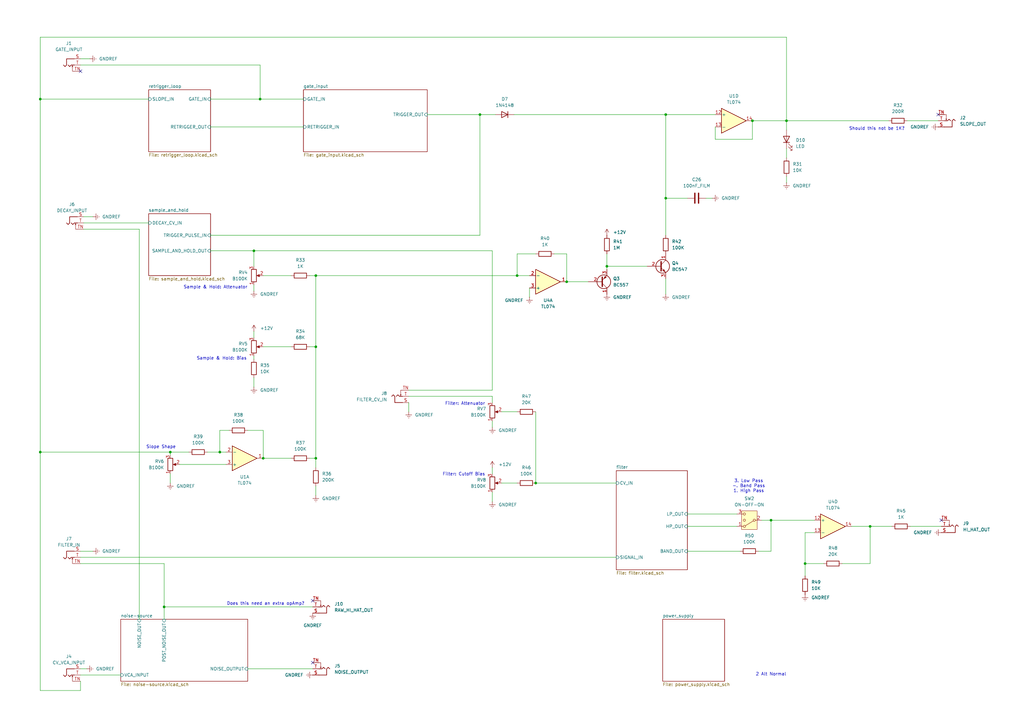
<source format=kicad_sch>
(kicad_sch (version 20231120) (generator "eeschema") (generator_version "8.0")
  (paper "A3")
  (lib_symbols
    (symbol "Amplifier_Operational:TL074" (pin_names (offset 0.127))
      (property "Reference" "U" (at 0 5.08 0))
      (property "Value" "TL074" (at 0 -5.08 0))
      (symbol "TL074_1_1"
        (polyline (pts (xy -5.08 5.08) (xy 5.08 0) (xy -5.08 -5.08) (xy -5.08 5.08)) (stroke (width 0.254)) (fill (type background)))
        (pin output line (at 7.62 0 180) (length 2.54) (name "~") (number "1"))
        (pin input line (at -7.62 -2.54 0) (length 2.54) (name "-") (number "2"))
        (pin input line (at -7.62 2.54 0) (length 2.54) (name "+") (number "3"))
      )
      (symbol "TL074_2_1"
        (polyline (pts (xy -5.08 5.08) (xy 5.08 0) (xy -5.08 -5.08) (xy -5.08 5.08)) (stroke (width 0.254)) (fill (type background)))
        (pin input line (at -7.62 2.54 0) (length 2.54) (name "+") (number "5"))
        (pin input line (at -7.62 -2.54 0) (length 2.54) (name "-") (number "6"))
        (pin output line (at 7.62 0 180) (length 2.54) (name "~") (number "7"))
      )
      (symbol "TL074_3_1"
        (polyline (pts (xy -5.08 5.08) (xy 5.08 0) (xy -5.08 -5.08) (xy -5.08 5.08)) (stroke (width 0.254)) (fill (type background)))
        (pin input line (at -7.62 2.54 0) (length 2.54) (name "+") (number "10"))
        (pin output line (at 7.62 0 180) (length 2.54) (name "~") (number "8"))
        (pin input line (at -7.62 -2.54 0) (length 2.54) (name "-") (number "9"))
      )
      (symbol "TL074_4_1"
        (polyline (pts (xy -5.08 5.08) (xy 5.08 0) (xy -5.08 -5.08) (xy -5.08 5.08)) (stroke (width 0.254)) (fill (type background)))
        (pin input line (at -7.62 2.54 0) (length 2.54) (name "+") (number "12"))
        (pin input line (at -7.62 -2.54 0) (length 2.54) (name "-") (number "13"))
        (pin output line (at 7.62 0 180) (length 2.54) (name "~") (number "14"))
      )
      (symbol "TL074_5_1"
        (pin power_in line (at -2.54 -7.62 90) (length 3.81) (name "V-") (number "11"))
        (pin power_in line (at -2.54 7.62 270) (length 3.81) (name "V+") (number "4"))
      )
    )
    (symbol "Device:LED" (pin_numbers hide) (pin_names (offset 1.016) hide)
      (property "Reference" "D" (at 0 2.54 0))
      (property "Value" "LED" (at 0 -2.54 0))
      (symbol "LED_0_1"
        (polyline (pts (xy -1.27 -1.27) (xy -1.27 1.27)) (stroke (width 0.254)))
        (polyline (pts (xy -1.27 0) (xy 1.27 0)))
        (polyline (pts (xy 1.27 -1.27) (xy 1.27 1.27) (xy -1.27 0) (xy 1.27 -1.27)) (stroke (width 0.254)))
        (polyline (pts (xy -3.048 -0.762) (xy -4.572 -2.286) (xy -3.81 -2.286) (xy -4.572 -2.286) (xy -4.572 -1.524)))
        (polyline (pts (xy -1.778 -0.762) (xy -3.302 -2.286) (xy -2.54 -2.286) (xy -3.302 -2.286) (xy -3.302 -1.524)))
      )
      (symbol "LED_1_1"
        (pin passive line (at -3.81 0 0) (length 2.54) (name "K") (number "1"))
        (pin passive line (at 3.81 0 180) (length 2.54) (name "A") (number "2"))
      )
    )
    (symbol "Switch:SW_SPDT_MSM" (pin_names (offset 0) hide)
      (property "Reference" "SW" (at 0 5.08 0))
      (property "Value" "SW_SPDT_MSM" (at 0 -5.08 0))
      (symbol "SW_SPDT_MSM_0_1"
        (circle (center -2.032 0) (radius 0.4572))
        (polyline (pts (xy -1.651 0.254) (xy 1.651 2.286)))
        (circle (center 2.032 -2.54) (radius 0.4572))
        (circle (center 2.032 0) (radius 0.4572))
        (circle (center 2.032 2.54) (radius 0.4572))
      )
      (symbol "SW_SPDT_MSM_1_1"
        (rectangle (start -3.175 3.81) (end 3.175 -3.81) (fill (type background)))
        (pin passive line (at 5.08 2.54 180) (length 2.54) (name "1") (number "1"))
        (pin passive line (at -5.08 0 0) (length 2.54) (name "3") (number "2"))
        (pin passive line (at 5.08 -2.54 180) (length 2.54) (name "4") (number "3"))
      )
    )
    (symbol "Transistor_BJT:BC547" (pin_names (offset 0) hide)
      (property "Reference" "Q" (at 5.08 1.905 0))
      (property "Value" "BC547" (at 5.08 0 0))
      (symbol "BC547_0_1"
        (polyline (pts (xy 0 0) (xy 0.635 0)))
        (polyline (pts (xy 0.635 0.635) (xy 2.54 2.54)))
        (polyline (pts (xy 0.635 -0.635) (xy 2.54 -2.54) (xy 2.54 -2.54)))
        (polyline (pts (xy 0.635 1.905) (xy 0.635 -1.905) (xy 0.635 -1.905)) (stroke (width 0.508)))
        (polyline (pts (xy 1.27 -1.778) (xy 1.778 -1.27) (xy 2.286 -2.286) (xy 1.27 -1.778) (xy 1.27 -1.778)) (fill (type outline)))
        (circle (center 1.27 0) (radius 2.8194) (stroke (width 0.254)))
      )
      (symbol "BC547_1_1"
        (pin passive line (at 2.54 5.08 270) (length 2.54) (name "C") (number "1"))
        (pin input line (at -5.08 0 0) (length 5.08) (name "B") (number "2"))
        (pin passive line (at 2.54 -5.08 90) (length 2.54) (name "E") (number "3"))
      )
    )
    (symbol "Transistor_BJT:BC557" (pin_names (offset 0) hide)
      (property "Reference" "Q" (at 5.08 1.905 0))
      (property "Value" "BC557" (at 5.08 0 0))
      (symbol "BC557_0_1"
        (polyline (pts (xy 0.635 0.635) (xy 2.54 2.54)))
        (polyline (pts (xy 0.635 -0.635) (xy 2.54 -2.54) (xy 2.54 -2.54)))
        (polyline (pts (xy 0.635 1.905) (xy 0.635 -1.905) (xy 0.635 -1.905)) (stroke (width 0.508)))
        (polyline (pts (xy 2.286 -1.778) (xy 1.778 -2.286) (xy 1.27 -1.27) (xy 2.286 -1.778) (xy 2.286 -1.778)) (fill (type outline)))
        (circle (center 1.27 0) (radius 2.8194) (stroke (width 0.254)))
      )
      (symbol "BC557_1_1"
        (pin passive line (at 2.54 5.08 270) (length 2.54) (name "C") (number "1"))
        (pin input line (at -5.08 0 0) (length 5.715) (name "B") (number "2"))
        (pin passive line (at 2.54 -5.08 90) (length 2.54) (name "E") (number "3"))
      )
    )
    (symbol "power:+12V" (power) (pin_numbers hide) (pin_names (offset 0) hide)
      (property "Value" "+12V" (at 0 3.556 0))
      (symbol "+12V_0_1"
        (polyline (pts (xy -0.762 1.27) (xy 0 2.54)))
        (polyline (pts (xy 0 0) (xy 0 2.54)))
        (polyline (pts (xy 0 2.54) (xy 0.762 1.27)))
      )
      (symbol "+12V_1_1"
        (pin power_in line (at 0 0 90) (length 0) (name "~") (number "1"))
      )
    )
    (symbol "power:GNDREF" (power) (pin_numbers hide) (pin_names (offset 0) hide)
      (property "Value" "GNDREF" (at 0 -3.81 0))
      (symbol "GNDREF_0_1"
        (polyline (pts (xy -0.635 -1.905) (xy 0.635 -1.905)))
        (polyline (pts (xy -0.127 -2.54) (xy 0.127 -2.54)))
        (polyline (pts (xy 0 -1.27) (xy 0 0)))
        (polyline (pts (xy 1.27 -1.27) (xy -1.27 -1.27)))
      )
      (symbol "GNDREF_1_1"
        (pin power_in line (at 0 0 270) (length 0) (name "~") (number "1"))
      )
    )
    (symbol "synth:AudioJack_Mono_3.5mm"
      (property "Reference" "J" (at 0 8.89 0))
      (property "Value" "AudioJack_Mono_3.5mm" (at 0 6.35 0))
      (symbol "AudioJack_Mono_3.5mm_0_1"
        (polyline (pts (xy 1.778 -0.254) (xy 2.032 -0.762)))
        (polyline (pts (xy 0 0) (xy 0.635 -0.635) (xy 1.27 0) (xy 2.54 0)) (stroke (width 0.254)))
        (polyline (pts (xy 2.54 -2.54) (xy 1.778 -2.54) (xy 1.778 -0.254) (xy 1.524 -0.762)))
        (polyline (pts (xy 2.54 2.54) (xy -0.635 2.54) (xy -0.635 0) (xy -1.27 -0.635) (xy -1.905 0)) (stroke (width 0.254)))
      )
      (symbol "AudioJack_Mono_3.5mm_1_1"
        (pin passive line (at 5.08 2.54 180) (length 2.54) (name "~") (number "S"))
        (pin passive line (at 5.08 0 180) (length 2.54) (name "~") (number "T"))
        (pin passive line (at 5.08 -2.54 180) (length 2.54) (name "~") (number "TN"))
      )
    )
    (symbol "synth:C_sm (MKS)" (pin_numbers hide) (pin_names (offset 0.254))
      (property "Reference" "C" (at 2.794 1.27 0))
      (property "Value" "C_sm (MKS)" (at 2.794 -1.016 0))
      (symbol "C_sm (MKS)_0_1"
        (polyline (pts (xy -2.032 -0.762) (xy 2.032 -0.762)) (stroke (width 0.508)))
        (polyline (pts (xy -2.032 0.762) (xy 2.032 0.762)) (stroke (width 0.508)))
      )
      (symbol "C_sm (MKS)_1_1"
        (pin passive line (at 0 3.81 270) (length 2.794) (name "~") (number "1"))
        (pin passive line (at 0 -3.81 90) (length 2.794) (name "~") (number "2"))
      )
    )
    (symbol "synth:D_Signal (1N4148)" (pin_numbers hide) (pin_names hide)
      (property "Reference" "D" (at 0 2.54 0))
      (property "Value" "1N4148" (at 0 -2.54 0))
      (symbol "D_Signal (1N4148)_0_1"
        (polyline (pts (xy -1.27 1.27) (xy -1.27 -1.27)) (stroke (width 0.254)))
        (polyline (pts (xy 1.27 0) (xy -1.27 0)))
        (polyline (pts (xy 1.27 1.27) (xy 1.27 -1.27) (xy -1.27 0) (xy 1.27 1.27)) (stroke (width 0.254)))
      )
      (symbol "D_Signal (1N4148)_1_1"
        (pin passive line (at -3.81 0 0) (length 2.54) (name "K") (number "1"))
        (pin passive line (at 3.81 0 180) (length 2.54) (name "A") (number "2"))
      )
    )
    (symbol "synth:R_Default" (pin_numbers hide) (pin_names (offset 0))
      (property "Reference" "R" (at -2.032 0 90))
      (property "Value" "R1" (at 2.032 0 90))
      (symbol "R_Default_0_1"
        (rectangle (start 1.016 -2.54) (end -1.016 2.54) (stroke (width 0.254)))
      )
      (symbol "R_Default_1_1"
        (pin passive line (at 0 -3.81 90) (length 1.27) (name "~") (number "1"))
        (pin passive line (at 0 3.81 270) (length 1.27) (name "~") (number "2"))
      )
    )
    (symbol "synth:R_Potentiometer (P0915N)" (pin_names (offset 1.016) hide)
      (property "Reference" "RV" (at -4.445 0 90))
      (property "Value" "R_Potentiometer" (at -2.54 0 90))
      (symbol "R_Potentiometer (P0915N)_0_1"
        (rectangle (start -1.016 2.54) (end 1.016 -2.54) (stroke (width 0.254)))
        (polyline (pts (xy 2.54 0) (xy 1.524 0)))
        (polyline (pts (xy 1.143 0) (xy 2.286 0.508) (xy 2.286 -0.508) (xy 1.143 0)) (fill (type outline)))
      )
      (symbol "R_Potentiometer (P0915N)_1_1"
        (pin passive line (at 0 3.81 270) (length 1.27) (name "1") (number "1"))
        (pin passive line (at 3.81 0 180) (length 1.27) (name "2") (number "2"))
        (pin passive line (at 0 -3.81 90) (length 1.27) (name "3") (number "3"))
      )
    )
  )
  (junction (at 322.58 49.53))
  (junction (at 273.05 81.28))
  (junction (at 129.54 113.03))
  (junction (at 129.54 187.96))
  (junction (at 106.68 40.64))
  (junction (at 308.61 49.53))
  (junction (at 69.85 185.42))
  (junction (at 356.87 215.9))
  (junction (at 330.2 231.14))
  (junction (at 107.95 187.96))
  (junction (at 316.23 213.36))
  (junction (at 212.09 113.03))
  (junction (at 273.05 46.99))
  (junction (at 219.71 198.12))
  (junction (at 248.92 109.22))
  (junction (at 90.17 185.42))
  (junction (at 16.51 40.64))
  (junction (at 67.31 248.92))
  (junction (at 196.85 46.99))
  (junction (at 16.51 185.42))
  (junction (at 232.41 115.57))
  (junction (at 104.14 102.87))
  (junction (at 129.54 142.24))
  (no_connect (at 128.27 246.38))
  (no_connect (at 386.08 213.36))
  (no_connect (at 128.27 271.78))
  (no_connect (at 33.02 29.21))
  (no_connect (at 384.81 46.99))
  (wire (pts (xy 33.02 283.21) (xy 16.51 283.21)))
  (wire (pts (xy 33.02 228.6) (xy 252.73 228.6)))
  (wire (pts (xy 16.51 185.42) (xy 69.85 185.42)))
  (wire (pts (xy 312.42 213.36) (xy 316.23 213.36)))
  (wire (pts (xy 33.02 26.67) (xy 106.68 26.67)))
  (wire (pts (xy 316.23 226.06) (xy 316.23 213.36)))
  (wire (pts (xy 67.31 254) (xy 67.31 248.92)))
  (wire (pts (xy 217.17 121.92) (xy 217.17 118.11)))
  (wire (pts (xy 104.14 119.38) (xy 104.14 116.84)))
  (wire (pts (xy 201.93 191.77) (xy 201.93 194.31)))
  (wire (pts (xy 127 187.96) (xy 129.54 187.96)))
  (wire (pts (xy 104.14 158.75) (xy 104.14 154.94)))
  (wire (pts (xy 372.11 49.53) (xy 384.81 49.53)))
  (wire (pts (xy 273.05 46.99) (xy 293.37 46.99)))
  (wire (pts (xy 201.93 162.56) (xy 167.64 162.56)))
  (wire (pts (xy 322.58 15.24) (xy 322.58 49.53)))
  (wire (pts (xy 308.61 49.53) (xy 322.58 49.53)))
  (wire (pts (xy 330.2 231.14) (xy 330.2 236.22)))
  (wire (pts (xy 322.58 49.53) (xy 364.49 49.53)))
  (wire (pts (xy 69.85 186.69) (xy 69.85 185.42)))
  (wire (pts (xy 232.41 104.14) (xy 227.33 104.14)))
  (wire (pts (xy 232.41 115.57) (xy 241.3 115.57)))
  (wire (pts (xy 281.94 215.9) (xy 302.26 215.9)))
  (wire (pts (xy 196.85 96.52) (xy 196.85 46.99)))
  (wire (pts (xy 129.54 191.77) (xy 129.54 187.96)))
  (wire (pts (xy 281.94 226.06) (xy 303.53 226.06)))
  (wire (pts (xy 90.17 176.53) (xy 90.17 185.42)))
  (wire (pts (xy 248.92 109.22) (xy 265.43 109.22)))
  (wire (pts (xy 175.26 46.99) (xy 196.85 46.99)))
  (wire (pts (xy 33.02 24.13) (xy 36.83 24.13)))
  (wire (pts (xy 106.68 26.67) (xy 106.68 40.64)))
  (wire (pts (xy 16.51 40.64) (xy 60.96 40.64)))
  (wire (pts (xy 308.61 49.53) (xy 308.61 57.15)))
  (wire (pts (xy 107.95 176.53) (xy 107.95 187.96)))
  (wire (pts (xy 34.29 91.44) (xy 60.96 91.44)))
  (wire (pts (xy 345.44 231.14) (xy 356.87 231.14)))
  (wire (pts (xy 73.66 190.5) (xy 92.71 190.5)))
  (wire (pts (xy 219.71 198.12) (xy 252.73 198.12)))
  (wire (pts (xy 356.87 231.14) (xy 356.87 215.9)))
  (wire (pts (xy 104.14 135.89) (xy 104.14 138.43)))
  (wire (pts (xy 86.36 96.52) (xy 196.85 96.52)))
  (wire (pts (xy 356.87 215.9) (xy 365.76 215.9)))
  (wire (pts (xy 212.09 104.14) (xy 212.09 113.03)))
  (wire (pts (xy 127 113.03) (xy 129.54 113.03)))
  (wire (pts (xy 86.36 52.07) (xy 124.46 52.07)))
  (wire (pts (xy 129.54 113.03) (xy 129.54 142.24)))
  (wire (pts (xy 219.71 104.14) (xy 212.09 104.14)))
  (wire (pts (xy 104.14 102.87) (xy 201.93 102.87)))
  (wire (pts (xy 34.29 88.9) (xy 38.1 88.9)))
  (wire (pts (xy 201.93 102.87) (xy 201.93 160.02)))
  (wire (pts (xy 330.2 218.44) (xy 330.2 231.14)))
  (wire (pts (xy 201.93 201.93) (xy 201.93 205.74)))
  (wire (pts (xy 273.05 81.28) (xy 273.05 46.99)))
  (wire (pts (xy 86.36 40.64) (xy 106.68 40.64)))
  (wire (pts (xy 212.09 198.12) (xy 205.74 198.12)))
  (wire (pts (xy 104.14 147.32) (xy 104.14 146.05)))
  (wire (pts (xy 219.71 168.91) (xy 219.71 198.12)))
  (wire (pts (xy 308.61 57.15) (xy 293.37 57.15)))
  (wire (pts (xy 67.31 231.14) (xy 33.02 231.14)))
  (wire (pts (xy 90.17 185.42) (xy 92.71 185.42)))
  (wire (pts (xy 217.17 113.03) (xy 212.09 113.03)))
  (wire (pts (xy 201.93 160.02) (xy 167.64 160.02)))
  (wire (pts (xy 33.02 274.32) (xy 35.56 274.32)))
  (wire (pts (xy 93.98 176.53) (xy 90.17 176.53)))
  (wire (pts (xy 69.85 198.12) (xy 69.85 194.31)))
  (wire (pts (xy 311.15 226.06) (xy 316.23 226.06)))
  (wire (pts (xy 196.85 46.99) (xy 203.2 46.99)))
  (wire (pts (xy 33.02 279.4) (xy 33.02 283.21)))
  (wire (pts (xy 67.31 231.14) (xy 67.31 248.92)))
  (wire (pts (xy 69.85 185.42) (xy 77.47 185.42)))
  (wire (pts (xy 322.58 74.93) (xy 322.58 72.39)))
  (wire (pts (xy 129.54 199.39) (xy 129.54 203.2)))
  (wire (pts (xy 292.1 81.28) (xy 289.56 81.28)))
  (wire (pts (xy 85.09 185.42) (xy 90.17 185.42)))
  (wire (pts (xy 129.54 187.96) (xy 129.54 142.24)))
  (wire (pts (xy 248.92 104.14) (xy 248.92 109.22)))
  (wire (pts (xy 67.31 248.92) (xy 128.27 248.92)))
  (wire (pts (xy 119.38 113.03) (xy 107.95 113.03)))
  (wire (pts (xy 210.82 46.99) (xy 273.05 46.99)))
  (wire (pts (xy 322.58 64.77) (xy 322.58 60.96)))
  (wire (pts (xy 322.58 15.24) (xy 16.51 15.24)))
  (wire (pts (xy 232.41 104.14) (xy 232.41 115.57)))
  (wire (pts (xy 57.15 93.98) (xy 57.15 254)))
  (wire (pts (xy 281.94 210.82) (xy 302.26 210.82)))
  (wire (pts (xy 273.05 81.28) (xy 273.05 96.52)))
  (wire (pts (xy 281.94 81.28) (xy 273.05 81.28)))
  (wire (pts (xy 334.01 218.44) (xy 330.2 218.44)))
  (wire (pts (xy 373.38 215.9) (xy 386.08 215.9)))
  (wire (pts (xy 356.87 215.9) (xy 349.25 215.9)))
  (wire (pts (xy 38.1 226.06) (xy 33.02 226.06)))
  (wire (pts (xy 337.82 231.14) (xy 330.2 231.14)))
  (wire (pts (xy 16.51 185.42) (xy 16.51 283.21)))
  (wire (pts (xy 167.64 165.1) (xy 167.64 168.91)))
  (wire (pts (xy 273.05 120.65) (xy 273.05 114.3)))
  (wire (pts (xy 101.6 274.32) (xy 128.27 274.32)))
  (wire (pts (xy 316.23 213.36) (xy 334.01 213.36)))
  (wire (pts (xy 106.68 40.64) (xy 124.46 40.64)))
  (wire (pts (xy 86.36 102.87) (xy 104.14 102.87)))
  (wire (pts (xy 322.58 53.34) (xy 322.58 49.53)))
  (wire (pts (xy 34.29 93.98) (xy 57.15 93.98)))
  (wire (pts (xy 16.51 40.64) (xy 16.51 185.42)))
  (wire (pts (xy 201.93 165.1) (xy 201.93 162.56)))
  (wire (pts (xy 212.09 113.03) (xy 129.54 113.03)))
  (wire (pts (xy 16.51 15.24) (xy 16.51 40.64)))
  (wire (pts (xy 107.95 142.24) (xy 119.38 142.24)))
  (wire (pts (xy 127 142.24) (xy 129.54 142.24)))
  (wire (pts (xy 104.14 102.87) (xy 104.14 109.22)))
  (wire (pts (xy 119.38 187.96) (xy 107.95 187.96)))
  (wire (pts (xy 293.37 57.15) (xy 293.37 52.07)))
  (wire (pts (xy 33.02 276.86) (xy 49.53 276.86)))
  (wire (pts (xy 212.09 168.91) (xy 205.74 168.91)))
  (wire (pts (xy 248.92 110.49) (xy 248.92 109.22)))
  (wire (pts (xy 101.6 176.53) (xy 107.95 176.53)))
  (wire (pts (xy 201.93 175.26) (xy 201.93 172.72)))
  (text "Sample & Hold: Bias" (at 90.932 147.066 0) (effects (font (size 1.27 1.27))))
  (text "Should this not be 1K?" (at 359.664 52.832 0) (effects (font (size 1.27 1.27))))
  (text "Does this need an extra opAmp?" (at 108.966 247.65 0) (effects (font (size 1.27 1.27))))
  (text "Sample & Hold: Attenuator" (at 88.392 117.856 0) (effects (font (size 1.27 1.27))))
  (text "Filter: Cutoff Bias" (at 190.246 194.564 0) (effects (font (size 1.27 1.27))))
  (text "Filter: Attenuator\n" (at 190.754 165.608 0) (effects (font (size 1.27 1.27))))
  (text "3. Low Pass\n-. Band Pass\n1. High Pass" (at 307.086 199.39 0) (effects (font (size 1.27 1.27))))
  (text "2 Alt Normal" (at 316.23 276.606 0) (effects (font (size 1.27 1.27))))
  (text "Slope Shape" (at 66.04 183.388 0) (effects (font (size 1.27 1.27))))
  (symbol (lib_id "Switch:SW_SPDT_MSM") (at 307.34 213.36 180) (unit 1)
    (property "Reference" "SW2" (at 307.34 204.47 0))
    (property "Value" "ON-OFF-ON" (at 307.34 207.01 0))
    (property "Description" "Switch, single pole double throw, center OFF position" (effects (hide yes)))
  )
  (symbol (lib_id "power:GNDREF") (at 384.81 52.07 270) (unit 1)
    (property "Reference" "#PWR06" (effects (hide yes)))
    (property "Value" "GNDREF" (at 381 52.0699 90) (effects (justify right)))
    (property "Description" "Power symbol creates a global label with name \"GNDREF\" , reference supply ground" (effects (hide yes)))
  )
  (symbol (lib_id "synth:D_Signal (1N4148)") (at 207.01 46.99 180) (unit 1)
    (property "Reference" "D7" (at 207.01 40.64 0))
    (property "Value" "1N4148" (at 207.01 43.18 0))
    (property "Footprint" "Synth:D_DO-35_SOD27_P7.62mm_Horizontal" (effects (hide yes)))
    (property "Datasheet" "https://assets.nexperia.com/documents/data-sheet/1N4148_1N4448.pdf" (effects (hide yes)))
    (property "Description" "100V 0.15A standard switching diode, DO-35" (effects (hide yes)))
    (property "Sim.Device" "D" (effects (hide yes)))
    (property "Sim.Pins" "1=K 2=A" (effects (hide yes)))
  )
  (symbol (lib_id "synth:R_Default") (at 248.92 100.33 180) (unit 1)
    (property "Reference" "R41" (at 251.46 99.0599 0) (effects (justify right)))
    (property "Value" "1M" (at 251.46 101.5999 0) (effects (justify right)))
    (property "Footprint" "Synth:R_Default (DIN0207)" (effects (hide yes)))
    (property "Description" "Resistor" (effects (hide yes)))
  )
  (symbol (lib_id "power:GNDREF") (at 69.85 198.12 0) (unit 1)
    (property "Reference" "#PWR05" (effects (hide yes)))
    (property "Value" "GNDREF" (at 72.39 199.3899 0) (effects (justify left)))
    (property "Description" "Power symbol creates a global label with name \"GNDREF\" , reference supply ground" (effects (hide yes)))
  )
  (symbol (lib_id "power:GNDREF") (at 104.14 119.38 0) (unit 1)
    (property "Reference" "#PWR054" (effects (hide yes)))
    (property "Value" "GNDREF" (at 106.68 120.6499 0) (effects (justify left)))
    (property "Description" "Power symbol creates a global label with name \"GNDREF\" , reference supply ground" (effects (hide yes)))
  )
  (symbol (lib_id "synth:R_Potentiometer (P0915N)") (at 201.93 168.91 0) (mirror x) (unit 1)
    (property "Reference" "RV7" (at 199.39 167.6399 0) (effects (justify right)))
    (property "Value" "B100K" (at 199.39 170.1799 0) (effects (justify right)))
    (property "Footprint" "Synth:Potentiometer_TT_P0915N" (effects (hide yes)))
    (property "Description" "Potentiometer" (effects (hide yes)))
  )
  (symbol (lib_id "synth:R_Default") (at 123.19 113.03 90) (unit 1)
    (property "Reference" "R33" (at 123.19 106.68 90))
    (property "Value" "1K" (at 123.19 109.22 90))
    (property "Footprint" "Synth:R_Default (DIN0207)" (effects (hide yes)))
    (property "Description" "Resistor" (effects (hide yes)))
  )
  (symbol (lib_id "power:GNDREF") (at 128.27 251.46 0) (unit 1)
    (property "Reference" "#PWR092" (effects (hide yes)))
    (property "Value" "GNDREF" (at 128.27 256.54 0))
    (property "Description" "Power symbol creates a global label with name \"GNDREF\" , reference supply ground" (effects (hide yes)))
  )
  (symbol (lib_id "power:GNDREF") (at 273.05 120.65 0) (unit 1)
    (property "Reference" "#PWR064" (effects (hide yes)))
    (property "Value" "GNDREF" (at 275.59 121.9199 0) (effects (justify left)))
    (property "Description" "Power symbol creates a global label with name \"GNDREF\" , reference supply ground" (effects (hide yes)))
  )
  (symbol (lib_id "synth:R_Default") (at 322.58 68.58 0) (unit 1)
    (property "Reference" "R31" (at 325.12 67.3099 0) (effects (justify left)))
    (property "Value" "10K" (at 325.12 69.8499 0) (effects (justify left)))
    (property "Footprint" "Synth:R_Default (DIN0207)" (effects (hide yes)))
    (property "Description" "Resistor" (effects (hide yes)))
  )
  (symbol (lib_id "synth:AudioJack_Mono_3.5mm") (at 133.35 248.92 180) (unit 1)
    (property "Reference" "J10" (at 137.16 247.7134 0) (effects (justify right)))
    (property "Value" "RAW_HI_HAT_OUT" (at 137.16 250.2534 0) (effects (justify right)))
    (property "Footprint" "Synth:Jack_3.5mm_QingPu_WQP-PJ398SM_Vertical_CircularHoles" (effects (hide yes)))
    (property "Description" "Audio Jack, 2 Poles (Mono / TS), Switched T Pole (Normalling)" (effects (hide yes)))
  )
  (symbol (lib_id "power:GNDREF") (at 129.54 203.2 0) (unit 1)
    (property "Reference" "#PWR057" (effects (hide yes)))
    (property "Value" "GNDREF" (at 132.08 204.4699 0) (effects (justify left)))
    (property "Description" "Power symbol creates a global label with name \"GNDREF\" , reference supply ground" (effects (hide yes)))
  )
  (symbol (lib_id "synth:R_Default") (at 123.19 187.96 90) (unit 1)
    (property "Reference" "R37" (at 123.19 181.61 90))
    (property "Value" "100K" (at 123.19 184.15 90))
    (property "Footprint" "Synth:R_Default (DIN0207)" (effects (hide yes)))
    (property "Description" "Resistor" (effects (hide yes)))
  )
  (symbol (lib_id "power:GNDREF") (at 248.92 120.65 0) (unit 1)
    (property "Reference" "#PWR063" (effects (hide yes)))
    (property "Value" "GNDREF" (at 251.46 121.9199 0) (effects (justify left)))
    (property "Description" "Power symbol creates a global label with name \"GNDREF\" , reference supply ground" (effects (hide yes)))
  )
  (symbol (lib_id "synth:AudioJack_Mono_3.5mm") (at 162.56 162.56 0) (mirror x) (unit 1)
    (property "Reference" "J8" (at 158.75 161.3534 0) (effects (justify right)))
    (property "Value" "FILTER_CV_IN" (at 158.75 163.8934 0) (effects (justify right)))
    (property "Footprint" "Synth:Jack_3.5mm_QingPu_WQP-PJ398SM_Vertical_CircularHoles" (effects (hide yes)))
    (property "Description" "Audio Jack, 2 Poles (Mono / TS), Switched T Pole (Normalling)" (effects (hide yes)))
  )
  (symbol (lib_id "power:GNDREF") (at 35.56 274.32 90) (unit 1)
    (property "Reference" "#PWR093" (effects (hide yes)))
    (property "Value" "GNDREF" (at 39.37 274.3199 90) (effects (justify right)))
    (property "Description" "Power symbol creates a global label with name \"GNDREF\" , reference supply ground" (effects (hide yes)))
  )
  (symbol (lib_id "Amplifier_Operational:TL074") (at 100.33 187.96 0) (mirror x) (unit 1)
    (property "Reference" "U1" (at 100.33 195.58 0))
    (property "Value" "TL074" (at 100.33 198.12 0))
    (property "Footprint" "Package_DIP:DIP-14_W7.62mm_Socket_LongPads" (effects (hide yes)))
    (property "Datasheet" "http://www.ti.com/lit/ds/symlink/tl071.pdf" (effects (hide yes)))
    (property "Description" "Quad Low-Noise JFET-Input Operational Amplifiers, DIP-14/SOIC-14" (effects (hide yes)))
  )
  (symbol (lib_id "synth:R_Default") (at 81.28 185.42 90) (unit 1)
    (property "Reference" "R39" (at 81.28 179.07 90))
    (property "Value" "100K" (at 81.28 181.61 90))
    (property "Footprint" "Synth:R_Default (DIN0207)" (effects (hide yes)))
    (property "Description" "Resistor" (effects (hide yes)))
  )
  (symbol (lib_id "Transistor_BJT:BC557") (at 246.38 115.57 0) (mirror x) (unit 1)
    (property "Reference" "Q3" (at 251.46 114.2999 0) (effects (justify left)))
    (property "Value" "BC557" (at 251.46 116.8399 0) (effects (justify left)))
    (property "Footprint" "Package_TO_SOT_THT:TO-92_Inline" (effects (hide yes)))
    (property "Datasheet" "https://www.onsemi.com/pub/Collateral/BC556BTA-D.pdf" (effects (hide yes)))
    (property "Description" "0.1A Ic, 45V Vce, PNP Small Signal Transistor, TO-92" (effects (hide yes)))
  )
  (symbol (lib_id "synth:R_Default") (at 223.52 104.14 90) (unit 1)
    (property "Reference" "R40" (at 223.52 97.79 90))
    (property "Value" "1K" (at 223.52 100.33 90))
    (property "Footprint" "Synth:R_Default (DIN0207)" (effects (hide yes)))
    (property "Description" "Resistor" (effects (hide yes)))
  )
  (symbol (lib_id "synth:R_Potentiometer (P0915N)") (at 104.14 113.03 0) (mirror x) (unit 1)
    (property "Reference" "RV4" (at 101.6 111.7599 0) (effects (justify right)))
    (property "Value" "B100K" (at 101.6 114.2999 0) (effects (justify right)))
    (property "Footprint" "Synth:Potentiometer_TT_P0915N" (effects (hide yes)))
    (property "Description" "Potentiometer" (effects (hide yes)))
  )
  (symbol (lib_id "synth:AudioJack_Mono_3.5mm") (at 391.16 215.9 180) (unit 1)
    (property "Reference" "J9" (at 394.97 214.6934 0) (effects (justify right)))
    (property "Value" "HI_HAT_OUT" (at 394.97 217.2334 0) (effects (justify right)))
    (property "Footprint" "Synth:Jack_3.5mm_QingPu_WQP-PJ398SM_Vertical_CircularHoles" (effects (hide yes)))
    (property "Description" "Audio Jack, 2 Poles (Mono / TS), Switched T Pole (Normalling)" (effects (hide yes)))
  )
  (symbol (lib_id "synth:AudioJack_Mono_3.5mm") (at 29.21 91.44 0) (unit 1)
    (property "Reference" "J6" (at 29.5275 83.82 0))
    (property "Value" "DECAY_INPUT" (at 29.5275 86.36 0))
    (property "Footprint" "Synth:Jack_3.5mm_QingPu_WQP-PJ398SM_Vertical_CircularHoles" (effects (hide yes)))
    (property "Description" "Audio Jack, 2 Poles (Mono / TS), Switched T Pole (Normalling)" (effects (hide yes)))
  )
  (symbol (lib_id "Amplifier_Operational:TL074") (at 224.79 115.57 0) (mirror x) (unit 1)
    (property "Reference" "U4" (at 224.79 123.19 0))
    (property "Value" "TL074" (at 224.79 125.73 0))
    (property "Footprint" "Package_DIP:DIP-14_W7.62mm_Socket_LongPads" (effects (hide yes)))
    (property "Datasheet" "http://www.ti.com/lit/ds/symlink/tl071.pdf" (effects (hide yes)))
    (property "Description" "Quad Low-Noise JFET-Input Operational Amplifiers, DIP-14/SOIC-14" (effects (hide yes)))
  )
  (symbol (lib_id "synth:R_Default") (at 104.14 151.13 180) (unit 1)
    (property "Reference" "R35" (at 106.68 149.8599 0) (effects (justify right)))
    (property "Value" "10K" (at 106.68 152.3999 0) (effects (justify right)))
    (property "Footprint" "Synth:R_Default (DIN0207)" (effects (hide yes)))
    (property "Description" "Resistor" (effects (hide yes)))
  )
  (symbol (lib_id "power:GNDREF") (at 322.58 74.93 0) (unit 1)
    (property "Reference" "#PWR02" (effects (hide yes)))
    (property "Value" "GNDREF" (at 325.12 76.1999 0) (effects (justify left)))
    (property "Description" "Power symbol creates a global label with name \"GNDREF\" , reference supply ground" (effects (hide yes)))
  )
  (symbol (lib_id "Device:LED") (at 322.58 57.15 90) (unit 1)
    (property "Reference" "D10" (at 326.39 57.4674 90) (effects (justify right)))
    (property "Value" "LED" (at 326.39 60.0074 90) (effects (justify right)))
    (property "Footprint" "LED_THT:LED_D3.0mm" (effects (hide yes)))
    (property "Description" "Light emitting diode" (effects (hide yes)))
  )
  (symbol (lib_id "synth:R_Default") (at 368.3 49.53 90) (unit 1)
    (property "Reference" "R32" (at 368.3 43.18 90))
    (property "Value" "200R" (at 368.3 45.72 90))
    (property "Footprint" "Synth:R_Default (DIN0207)" (effects (hide yes)))
    (property "Description" "Resistor" (effects (hide yes)))
  )
  (symbol (lib_id "Amplifier_Operational:TL074") (at 300.99 49.53 0) (unit 4)
    (property "Reference" "U1" (at 300.99 39.37 0))
    (property "Value" "TL074" (at 300.99 41.91 0))
    (property "Footprint" "Package_DIP:DIP-14_W7.62mm_Socket_LongPads" (effects (hide yes)))
    (property "Datasheet" "http://www.ti.com/lit/ds/symlink/tl071.pdf" (effects (hide yes)))
    (property "Description" "Quad Low-Noise JFET-Input Operational Amplifiers, DIP-14/SOIC-14" (effects (hide yes)))
  )
  (symbol (lib_id "power:GNDREF") (at 292.1 81.28 90) (unit 1)
    (property "Reference" "#PWR065" (effects (hide yes)))
    (property "Value" "GNDREF" (at 295.91 81.2799 90) (effects (justify right)))
    (property "Description" "Power symbol creates a global label with name \"GNDREF\" , reference supply ground" (effects (hide yes)))
  )
  (symbol (lib_id "power:GNDREF") (at 167.64 168.91 0) (unit 1)
    (property "Reference" "#PWR030" (effects (hide yes)))
    (property "Value" "GNDREF" (at 170.18 170.1799 0) (effects (justify left)))
    (property "Description" "Power symbol creates a global label with name \"GNDREF\" , reference supply ground" (effects (hide yes)))
  )
  (symbol (lib_id "power:GNDREF") (at 38.1 226.06 90) (unit 1)
    (property "Reference" "#PWR029" (effects (hide yes)))
    (property "Value" "GNDREF" (at 41.91 226.0599 90) (effects (justify right)))
    (property "Description" "Power symbol creates a global label with name \"GNDREF\" , reference supply ground" (effects (hide yes)))
  )
  (symbol (lib_id "Transistor_BJT:BC547") (at 270.51 109.22 0) (unit 1)
    (property "Reference" "Q4" (at 275.59 107.9499 0) (effects (justify left)))
    (property "Value" "BC547" (at 275.59 110.4899 0) (effects (justify left)))
    (property "Footprint" "Package_TO_SOT_THT:TO-92_Inline" (effects (hide yes)))
    (property "Datasheet" "https://www.onsemi.com/pub/Collateral/BC550-D.pdf" (effects (hide yes)))
    (property "Description" "0.1A Ic, 45V Vce, Small Signal NPN Transistor, TO-92" (effects (hide yes)))
  )
  (symbol (lib_id "power:GNDREF") (at 201.93 205.74 0) (unit 1)
    (property "Reference" "#PWR069" (effects (hide yes)))
    (property "Value" "GNDREF" (at 204.47 207.0099 0) (effects (justify left)))
    (property "Description" "Power symbol creates a global label with name \"GNDREF\" , reference supply ground" (effects (hide yes)))
  )
  (symbol (lib_id "synth:AudioJack_Mono_3.5mm") (at 133.35 274.32 180) (unit 1)
    (property "Reference" "J5" (at 137.16 273.1134 0) (effects (justify right)))
    (property "Value" "NOISE_OUTPUT" (at 137.16 275.6534 0) (effects (justify right)))
    (property "Footprint" "Synth:Jack_3.5mm_QingPu_WQP-PJ398SM_Vertical_CircularHoles" (effects (hide yes)))
    (property "Description" "Audio Jack, 2 Poles (Mono / TS), Switched T Pole (Normalling)" (effects (hide yes)))
  )
  (symbol (lib_id "synth:R_Potentiometer (P0915N)") (at 104.14 142.24 0) (mirror x) (unit 1)
    (property "Reference" "RV5" (at 101.6 140.9699 0) (effects (justify right)))
    (property "Value" "B100K" (at 101.6 143.5099 0) (effects (justify right)))
    (property "Footprint" "Synth:Potentiometer_TT_P0915N" (effects (hide yes)))
    (property "Description" "Potentiometer" (effects (hide yes)))
  )
  (symbol (lib_id "power:GNDREF") (at 217.17 121.92 0) (unit 1)
    (property "Reference" "#PWR061" (effects (hide yes)))
    (property "Value" "GNDREF" (at 214.63 123.1899 0) (effects (justify right)))
    (property "Description" "Power symbol creates a global label with name \"GNDREF\" , reference supply ground" (effects (hide yes)))
  )
  (symbol (lib_id "synth:R_Default") (at 215.9 198.12 270) (unit 1)
    (property "Reference" "R46" (at 215.9 191.77 90))
    (property "Value" "100K" (at 215.9 194.31 90))
    (property "Footprint" "Synth:R_Default (DIN0207)" (effects (hide yes)))
    (property "Description" "Resistor" (effects (hide yes)))
  )
  (symbol (lib_id "synth:C_sm (MKS)") (at 285.75 81.28 90) (unit 1)
    (property "Reference" "C26" (at 285.75 73.66 90))
    (property "Value" "100nF_FILM" (at 285.75 76.2 90))
    (property "Footprint" "Synth:C_RECT_WIMA_0.1uF" (effects (hide yes)))
    (property "Description" "Unpolarized capacitor" (effects (hide yes)))
  )
  (symbol (lib_id "synth:R_Default") (at 307.34 226.06 90) (unit 1)
    (property "Reference" "R50" (at 307.34 219.71 90))
    (property "Value" "100K" (at 307.34 222.25 90))
    (property "Footprint" "Synth:R_Default (DIN0207)" (effects (hide yes)))
    (property "Description" "Resistor" (effects (hide yes)))
  )
  (symbol (lib_id "power:GNDREF") (at 104.14 158.75 0) (unit 1)
    (property "Reference" "#PWR055" (effects (hide yes)))
    (property "Value" "GNDREF" (at 106.68 160.0199 0) (effects (justify left)))
    (property "Description" "Power symbol creates a global label with name \"GNDREF\" , reference supply ground" (effects (hide yes)))
  )
  (symbol (lib_id "synth:R_Default") (at 123.19 142.24 90) (unit 1)
    (property "Reference" "R34" (at 123.19 135.89 90))
    (property "Value" "68K" (at 123.19 138.43 90))
    (property "Footprint" "Synth:R_Default (DIN0207)" (effects (hide yes)))
    (property "Description" "Resistor" (effects (hide yes)))
  )
  (symbol (lib_id "power:GNDREF") (at 38.1 88.9 90) (unit 1)
    (property "Reference" "#PWR053" (effects (hide yes)))
    (property "Value" "GNDREF" (at 41.91 88.8999 90) (effects (justify right)))
    (property "Description" "Power symbol creates a global label with name \"GNDREF\" , reference supply ground" (effects (hide yes)))
  )
  (symbol (lib_id "synth:R_Default") (at 129.54 195.58 0) (unit 1)
    (property "Reference" "R36" (at 132.08 194.3099 0) (effects (justify left)))
    (property "Value" "200K" (at 132.08 196.8499 0) (effects (justify left)))
    (property "Footprint" "Synth:R_Default (DIN0207)" (effects (hide yes)))
    (property "Description" "Resistor" (effects (hide yes)))
  )
  (symbol (lib_id "synth:AudioJack_Mono_3.5mm") (at 27.94 228.6 0) (unit 1)
    (property "Reference" "J7" (at 28.2575 220.98 0))
    (property "Value" "FILTER_IN" (at 28.2575 223.52 0))
    (property "Footprint" "Synth:Jack_3.5mm_QingPu_WQP-PJ398SM_Vertical_CircularHoles" (effects (hide yes)))
    (property "Description" "Audio Jack, 2 Poles (Mono / TS), Switched T Pole (Normalling)" (effects (hide yes)))
  )
  (symbol (lib_id "power:GNDREF") (at 386.08 218.44 270) (unit 1)
    (property "Reference" "#PWR070" (effects (hide yes)))
    (property "Value" "GNDREF" (at 382.27 218.4399 90) (effects (justify right)))
    (property "Description" "Power symbol creates a global label with name \"GNDREF\" , reference supply ground" (effects (hide yes)))
  )
  (symbol (lib_id "synth:R_Default") (at 330.2 240.03 180) (unit 1)
    (property "Reference" "R49" (at 332.74 238.7599 0) (effects (justify right)))
    (property "Value" "10K" (at 332.74 241.2999 0) (effects (justify right)))
    (property "Footprint" "Synth:R_Default (DIN0207)" (effects (hide yes)))
    (property "Description" "Resistor" (effects (hide yes)))
  )
  (symbol (lib_id "power:+12V") (at 104.14 135.89 0) (unit 1)
    (property "Reference" "#PWR056" (effects (hide yes)))
    (property "Value" "+12V" (at 106.68 134.6199 0) (effects (justify left)))
    (property "Description" "Power symbol creates a global label with name \"+12V\"" (effects (hide yes)))
  )
  (symbol (lib_id "power:GNDREF") (at 60.8305 374.9666 90) (unit 1)
    (property "Reference" "#PWR051" (effects (hide yes)))
    (property "Value" "GNDREF" (at 64.77 374.9665 90) (effects (justify right)))
    (property "Description" "Power symbol creates a global label with name \"GNDREF\" , reference supply ground" (effects (hide yes)))
  )
  (symbol (lib_id "Amplifier_Operational:TL074") (at 341.63 215.9 0) (unit 4)
    (property "Reference" "U4" (at 341.63 205.74 0))
    (property "Value" "TL074" (at 341.63 208.28 0))
    (property "Footprint" "Package_DIP:DIP-14_W7.62mm_Socket_LongPads" (effects (hide yes)))
    (property "Datasheet" "http://www.ti.com/lit/ds/symlink/tl071.pdf" (effects (hide yes)))
    (property "Description" "Quad Low-Noise JFET-Input Operational Amplifiers, DIP-14/SOIC-14" (effects (hide yes)))
  )
  (symbol (lib_id "synth:AudioJack_Mono_3.5mm") (at 27.94 276.86 0) (unit 1)
    (property "Reference" "J4" (at 28.2575 269.24 0))
    (property "Value" "CV_VCA_INPUT" (at 28.2575 271.78 0))
    (property "Footprint" "Synth:Jack_3.5mm_QingPu_WQP-PJ398SM_Vertical_CircularHoles" (effects (hide yes)))
    (property "Description" "Audio Jack, 2 Poles (Mono / TS), Switched T Pole (Normalling)" (effects (hide yes)))
  )
  (symbol (lib_id "synth:AudioJack_Mono_3.5mm") (at 27.94 26.67 0) (unit 1)
    (property "Reference" "J1" (at 28.2575 17.78 0))
    (property "Value" "GATE_INPUT" (at 28.2575 20.32 0))
    (property "Footprint" "Synth:Jack_3.5mm_QingPu_WQP-PJ398SM_Vertical_CircularHoles" (effects (hide yes)))
    (property "Description" "Audio Jack, 2 Poles (Mono / TS), Switched T Pole (Normalling)" (effects (hide yes)))
  )
  (symbol (lib_id "synth:R_Default") (at 341.63 231.14 90) (unit 1)
    (property "Reference" "R48" (at 341.63 224.79 90))
    (property "Value" "20K" (at 341.63 227.33 90))
    (property "Footprint" "Synth:R_Default (DIN0207)" (effects (hide yes)))
    (property "Description" "Resistor" (effects (hide yes)))
  )
  (symbol (lib_id "synth:R_Default") (at 215.9 168.91 270) (unit 1)
    (property "Reference" "R47" (at 215.9 162.56 90))
    (property "Value" "20K" (at 215.9 165.1 90))
    (property "Footprint" "Synth:R_Default (DIN0207)" (effects (hide yes)))
    (property "Description" "Resistor" (effects (hide yes)))
  )
  (symbol (lib_id "synth:AudioJack_Mono_3.5mm") (at 389.89 49.53 180) (unit 1)
    (property "Reference" "J2" (at 393.7 48.3234 0) (effects (justify right)))
    (property "Value" "SLOPE_OUT" (at 393.7 50.8634 0) (effects (justify right)))
    (property "Footprint" "Synth:Jack_3.5mm_QingPu_WQP-PJ398SM_Vertical_CircularHoles" (effects (hide yes)))
    (property "Description" "Audio Jack, 2 Poles (Mono / TS), Switched T Pole (Normalling)" (effects (hide yes)))
  )
  (symbol (lib_id "synth:R_Default") (at 369.57 215.9 90) (unit 1)
    (property "Reference" "R45" (at 369.57 209.55 90))
    (property "Value" "1K" (at 369.57 212.09 90))
    (property "Footprint" "Synth:R_Default (DIN0207)" (effects (hide yes)))
    (property "Description" "Resistor" (effects (hide yes)))
  )
  (symbol (lib_id "synth:R_Potentiometer (P0915N)") (at 201.93 198.12 0) (mirror x) (unit 1)
    (property "Reference" "RV8" (at 199.39 196.8499 0) (effects (justify right)))
    (property "Value" "B100K" (at 199.39 199.3899 0) (effects (justify right)))
    (property "Footprint" "Synth:Potentiometer_TT_P0915N" (effects (hide yes)))
    (property "Description" "Potentiometer" (effects (hide yes)))
  )
  (symbol (lib_id "power:GNDREF") (at 201.93 175.26 0) (unit 1)
    (property "Reference" "#PWR031" (effects (hide yes)))
    (property "Value" "GNDREF" (at 204.47 176.5299 0) (effects (justify left)))
    (property "Description" "Power symbol creates a global label with name \"GNDREF\" , reference supply ground" (effects (hide yes)))
  )
  (symbol (lib_id "power:+12V") (at 201.93 191.77 0) (unit 1)
    (property "Reference" "#PWR068" (effects (hide yes)))
    (property "Value" "+12V" (at 204.47 190.4999 0) (effects (justify left)))
    (property "Description" "Power symbol creates a global label with name \"+12V\"" (effects (hide yes)))
  )
  (symbol (lib_id "power:GNDREF") (at 36.83 24.13 90) (unit 1)
    (property "Reference" "#PWR03" (effects (hide yes)))
    (property "Value" "GNDREF" (at 40.64 24.1299 90) (effects (justify right)))
    (property "Description" "Power symbol creates a global label with name \"GNDREF\" , reference supply ground" (effects (hide yes)))
  )
  (symbol (lib_id "synth:R_Default") (at 97.79 176.53 90) (unit 1)
    (property "Reference" "R38" (at 97.79 170.18 90))
    (property "Value" "100K" (at 97.79 172.72 90))
    (property "Footprint" "Synth:R_Default (DIN0207)" (effects (hide yes)))
    (property "Description" "Resistor" (effects (hide yes)))
  )
  (symbol (lib_id "power:GNDREF") (at 330.2 243.84 0) (unit 1)
    (property "Reference" "#PWR071" (effects (hide yes)))
    (property "Value" "GNDREF" (at 332.74 245.1099 0) (effects (justify left)))
    (property "Description" "Power symbol creates a global label with name \"GNDREF\" , reference supply ground" (effects (hide yes)))
  )
  (symbol (lib_id "synth:R_Potentiometer (P0915N)") (at 69.85 190.5 0) (mirror x) (unit 1)
    (property "Reference" "RV6" (at 67.31 189.2299 0) (effects (justify right)))
    (property "Value" "B100K" (at 67.31 191.7699 0) (effects (justify right)))
    (property "Footprint" "Synth:Potentiometer_TT_P0915N" (effects (hide yes)))
    (property "Description" "Potentiometer" (effects (hide yes)))
  )
  (symbol (lib_id "synth:R_Default") (at 273.05 100.33 180) (unit 1)
    (property "Reference" "R42" (at 275.59 99.0599 0) (effects (justify right)))
    (property "Value" "100K" (at 275.59 101.5999 0) (effects (justify right)))
    (property "Footprint" "Synth:R_Default (DIN0207)" (effects (hide yes)))
    (property "Description" "Resistor" (effects (hide yes)))
  )
  (symbol (lib_id "power:GNDREF") (at 128.27 276.86 270) (unit 1)
    (property "Reference" "#PWR052" (effects (hide yes)))
    (property "Value" "GNDREF" (at 124.46 276.8599 90) (effects (justify right)))
    (property "Description" "Power symbol creates a global label with name \"GNDREF\" , reference supply ground" (effects (hide yes)))
  )
  (symbol (lib_id "power:+12V") (at 248.92 96.52 0) (unit 1)
    (property "Reference" "#PWR062" (effects (hide yes)))
    (property "Value" "+12V" (at 251.46 95.2499 0) (effects (justify left)))
    (property "Description" "Power symbol creates a global label with name \"+12V\"" (effects (hide yes)))
  )
  (sheet (at 252.73 193.04) (size 29.21 40.64) (stroke (width 0.1524))
    (property "Sheetname" "filter" (at 252.73 192.3284 0) (effects (justify left bottom)))
    (property "Sheetfile" "filter.kicad_sch" (at 252.73 234.2646 0) (effects (justify left top)))
    (pin "LP_OUT" input (at 281.94 210.82 0))
    (pin "HP_OUT" input (at 281.94 215.9 0))
    (pin "BAND_OUT" input (at 281.94 226.06 0))
    (pin "CV_IN" input (at 252.73 198.12 180))
    (pin "SIGNAL_IN" input (at 252.73 228.6 180))
  )
  (sheet (at 49.53 254) (size 52.07 25.4) (stroke (width 0.1524))
    (property "Sheetname" "noise-source" (at 49.53 253.2884 0) (effects (justify left bottom)))
    (property "Sheetfile" "noise-source.kicad_sch" (at 49.53 279.9846 0) (effects (justify left top)))
    (pin "NOISE_OUT" input (at 57.15 254 90))
    (pin "NOISE_OUTPUT" input (at 101.6 274.32 0))
    (pin "POST_NOISE_OUT" input (at 67.31 254 90))
    (pin "VCA_INPUT" input (at 49.53 276.86 180))
  )
  (sheet (at 60.96 87.63) (size 25.4 25.4) (stroke (width 0.1524))
    (property "Sheetname" "sample_and_hold" (at 60.96 86.9184 0) (effects (justify left bottom)))
    (property "Sheetfile" "sample_and_hold.kicad_sch" (at 60.96 113.6146 0) (effects (justify left top)))
    (pin "DECAY_CV_IN" input (at 60.96 91.44 180))
    (pin "TRIGGER_PULSE_IN" input (at 86.36 96.52 0))
    (pin "SAMPLE_AND_HOLD_OUT" input (at 86.36 102.87 0))
  )
  (sheet (at 124.46 36.83) (size 50.8 25.4) (stroke (width 0.1524))
    (property "Sheetname" "gate_input" (at 124.46 36.1184 0) (effects (justify left bottom)))
    (property "Sheetfile" "gate_input.kicad_sch" (at 124.46 62.8146 0) (effects (justify left top)))
    (pin "GATE_IN" input (at 124.46 40.64 180))
    (pin "RETRIGGER_IN" input (at 124.46 52.07 180))
    (pin "TRIGGER_OUT" input (at 175.26 46.99 0))
  )
  (sheet (at 271.78 254) (size 25.4 25.4) (stroke (width 0.1524))
    (property "Sheetname" "power_supply" (at 271.78 253.2884 0) (effects (justify left bottom)))
    (property "Sheetfile" "power_supply.kicad_sch" (at 271.78 279.9846 0) (effects (justify left top)))
  )
  (sheet (at 60.96 36.83) (size 25.4 25.4) (stroke (width 0.1524))
    (property "Sheetname" "retrigger_loop" (at 60.96 36.1184 0) (effects (justify left bottom)))
    (property "Sheetfile" "retrigger_loop.kicad_sch" (at 60.96 62.8146 0) (effects (justify left top)))
    (pin "GATE_IN" input (at 86.36 40.64 0))
    (pin "SLOPE_IN" input (at 60.96 40.64 180))
    (pin "RETRIGGER_OUT" input (at 86.36 52.07 0))
  )
)
</source>
